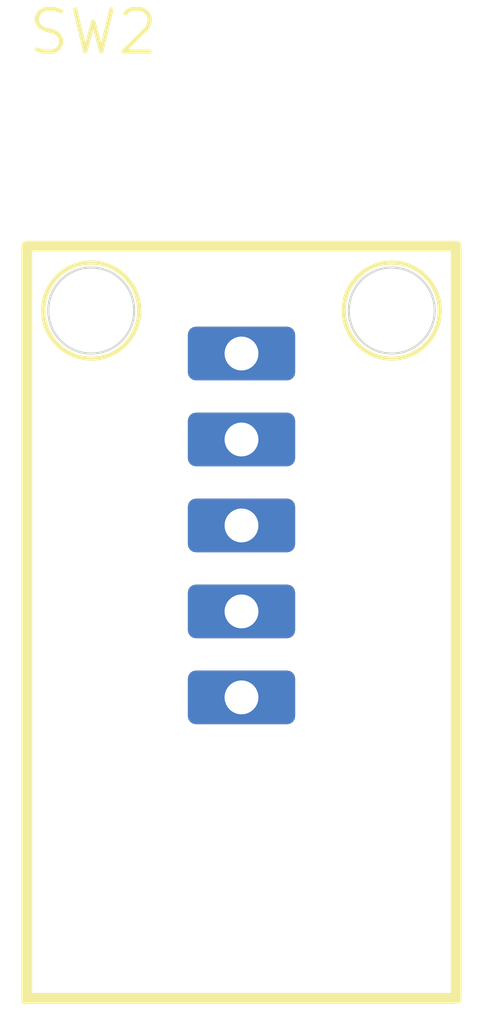
<source format=kicad_pcb>
(kicad_pcb (version 20241229) (generator "pcbnew") (generator_version "9.0")
  (title_block (title "Test pcb board") (date "2025-08-20") (rev "0.0.1") (company "ABCxyz"))
  (layers (0 "F.Cu" signal) (4 "In1.Cu" signal) (6 "In2.Cu" signal) (2 "B.Cu" signal) (13 "F.Paste" user) (15 "B.Paste" user) (5 "F.SilkS" user "F.Silkscreen") (7 "B.SilkS" user "B.Silkscreen") (1 "F.Mask" user) (3 "B.Mask" user) (25 "Edge.Cuts" user))
  (net 0 "")
  (footprint "Simple_test_library:First component" (layer "F.Cu") (at 76.13 63.66)
    (property "Reference" "SW2" (at -3.508 -17.756 0) (layer "F.SilkS") (effects (font (thickness 0.1))))
    (property "Value" "100 abc")
    (fp_rect (start -5.08 5.08) (end 5.08 -12.7) (stroke (width 0.254)) (fill no) (layer "F.SilkS"))
    (fp_circle (center -3.556 -11.176) (end -2.54 -10.668) (stroke (width 0.1)) (fill no) (layer "F.SilkS"))
    (fp_circle (center 3.556 -11.176) (end 3.048 -10.16) (stroke (width 0.1)) (fill no) (layer "F.SilkS"))
    (fp_circle (center -3.556 -11.176) (end -2.54 -11.176) (stroke (width 0.05)) (fill no) (layer "Edge.Cuts"))
    (fp_circle (center 3.556 -11.176) (end 3.556 -10.16) (stroke (width 0.05)) (fill no) (layer "Edge.Cuts"))
    (pad "1" thru_hole roundrect (at 0 -10.16) (size 2.54 1.27) (drill 0.8) (layers "*.Cu" "*.Mask") (roundrect_rratio 0.15))
    (pad "2" thru_hole roundrect (at 0 -8.128) (size 2.54 1.27) (drill 0.8) (layers "*.Cu" "*.Mask") (roundrect_rratio 0.15))
    (pad "3" thru_hole roundrect (at 0 -6.096) (size 2.54 1.27) (drill 0.8) (layers "*.Cu" "*.Mask") (roundrect_rratio 0.15))
    (pad "4" thru_hole roundrect (at 0 -4.064) (size 2.54 1.27) (drill 0.8) (layers "*.Cu" "*.Mask") (roundrect_rratio 0.15))
    (pad "5" thru_hole roundrect (at 0 -2.032) (size 2.54 1.27) (drill 0.8) (layers "*.Cu" "*.Mask") (roundrect_rratio 0.15))
  )
)
</source>
